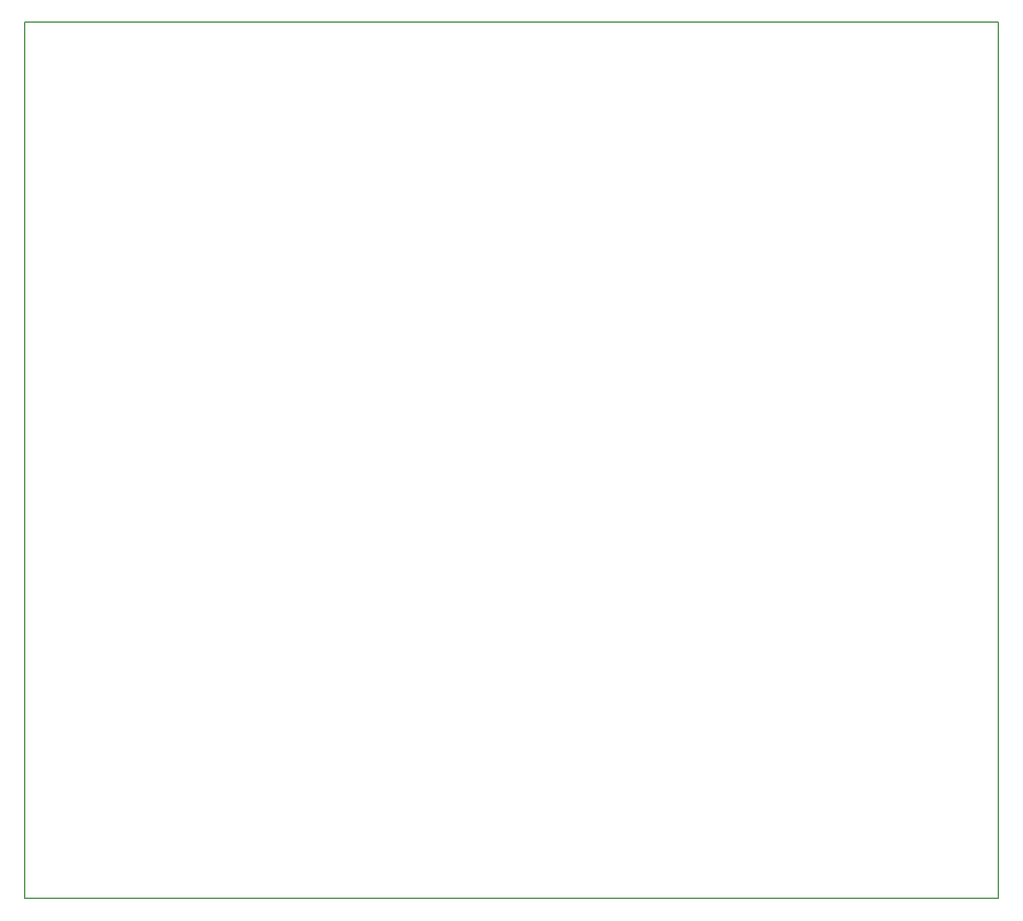
<source format=gbr>
G04 EasyPC Gerber Version 22.0 Build 4696 *
G04 #@! TF.Part,Single*
%FSLAX35Y35*%
%MOIN*%
%ADD10C,0.00500*%
X0Y0D02*
D02*
D10*
X250Y250D02*
X500250D01*
Y450250*
X250*
Y250*
X0Y0D02*
M02*

</source>
